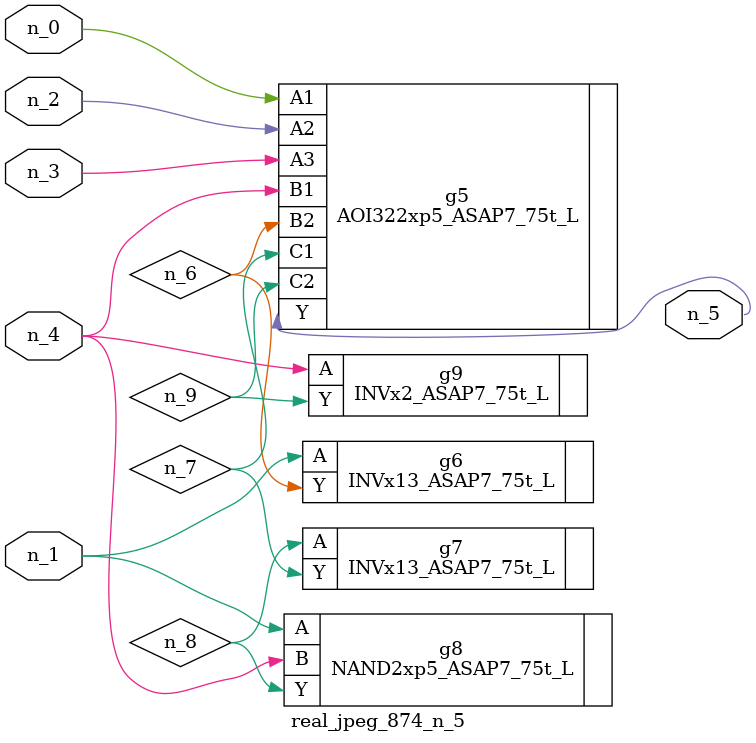
<source format=v>
module real_jpeg_874_n_5 (n_4, n_0, n_1, n_2, n_3, n_5);

input n_4;
input n_0;
input n_1;
input n_2;
input n_3;

output n_5;

wire n_8;
wire n_6;
wire n_7;
wire n_9;

AOI322xp5_ASAP7_75t_L g5 ( 
.A1(n_0),
.A2(n_2),
.A3(n_3),
.B1(n_4),
.B2(n_6),
.C1(n_7),
.C2(n_9),
.Y(n_5)
);

INVx13_ASAP7_75t_L g6 ( 
.A(n_1),
.Y(n_6)
);

NAND2xp5_ASAP7_75t_L g8 ( 
.A(n_1),
.B(n_4),
.Y(n_8)
);

INVx2_ASAP7_75t_L g9 ( 
.A(n_4),
.Y(n_9)
);

INVx13_ASAP7_75t_L g7 ( 
.A(n_8),
.Y(n_7)
);


endmodule
</source>
